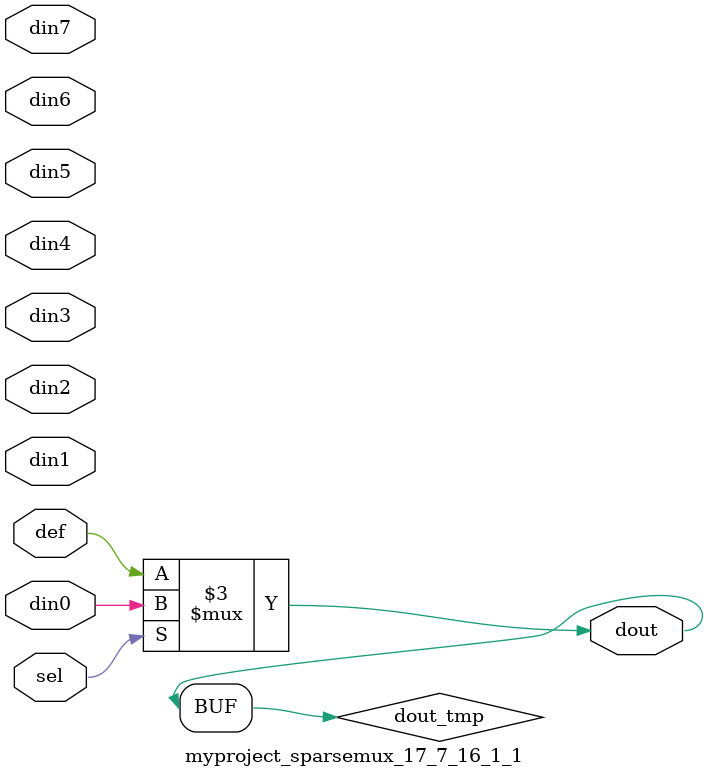
<source format=v>
`timescale 1ns / 1ps

module myproject_sparsemux_17_7_16_1_1 (din0,din1,din2,din3,din4,din5,din6,din7,def,sel,dout);

parameter din0_WIDTH = 1;

parameter din1_WIDTH = 1;

parameter din2_WIDTH = 1;

parameter din3_WIDTH = 1;

parameter din4_WIDTH = 1;

parameter din5_WIDTH = 1;

parameter din6_WIDTH = 1;

parameter din7_WIDTH = 1;

parameter def_WIDTH = 1;
parameter sel_WIDTH = 1;
parameter dout_WIDTH = 1;

parameter [sel_WIDTH-1:0] CASE0 = 1;

parameter [sel_WIDTH-1:0] CASE1 = 1;

parameter [sel_WIDTH-1:0] CASE2 = 1;

parameter [sel_WIDTH-1:0] CASE3 = 1;

parameter [sel_WIDTH-1:0] CASE4 = 1;

parameter [sel_WIDTH-1:0] CASE5 = 1;

parameter [sel_WIDTH-1:0] CASE6 = 1;

parameter [sel_WIDTH-1:0] CASE7 = 1;

parameter ID = 1;
parameter NUM_STAGE = 1;



input [din0_WIDTH-1:0] din0;

input [din1_WIDTH-1:0] din1;

input [din2_WIDTH-1:0] din2;

input [din3_WIDTH-1:0] din3;

input [din4_WIDTH-1:0] din4;

input [din5_WIDTH-1:0] din5;

input [din6_WIDTH-1:0] din6;

input [din7_WIDTH-1:0] din7;

input [def_WIDTH-1:0] def;
input [sel_WIDTH-1:0] sel;

output [dout_WIDTH-1:0] dout;



reg [dout_WIDTH-1:0] dout_tmp;

always @ (*) begin
case (sel)
    
    CASE0 : dout_tmp = din0;
    
    CASE1 : dout_tmp = din1;
    
    CASE2 : dout_tmp = din2;
    
    CASE3 : dout_tmp = din3;
    
    CASE4 : dout_tmp = din4;
    
    CASE5 : dout_tmp = din5;
    
    CASE6 : dout_tmp = din6;
    
    CASE7 : dout_tmp = din7;
    
    default : dout_tmp = def;
endcase
end


assign dout = dout_tmp;



endmodule

</source>
